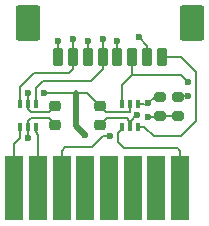
<source format=gbr>
%TF.GenerationSoftware,KiCad,Pcbnew,7.0.8*%
%TF.CreationDate,2023-12-24T04:11:35-08:00*%
%TF.ProjectId,EZ Teknic Converter - R1,455a2054-656b-46e6-9963-20436f6e7665,rev?*%
%TF.SameCoordinates,Original*%
%TF.FileFunction,Copper,L1,Top*%
%TF.FilePolarity,Positive*%
%FSLAX46Y46*%
G04 Gerber Fmt 4.6, Leading zero omitted, Abs format (unit mm)*
G04 Created by KiCad (PCBNEW 7.0.8) date 2023-12-24 04:11:35*
%MOMM*%
%LPD*%
G01*
G04 APERTURE LIST*
G04 Aperture macros list*
%AMRoundRect*
0 Rectangle with rounded corners*
0 $1 Rounding radius*
0 $2 $3 $4 $5 $6 $7 $8 $9 X,Y pos of 4 corners*
0 Add a 4 corners polygon primitive as box body*
4,1,4,$2,$3,$4,$5,$6,$7,$8,$9,$2,$3,0*
0 Add four circle primitives for the rounded corners*
1,1,$1+$1,$2,$3*
1,1,$1+$1,$4,$5*
1,1,$1+$1,$6,$7*
1,1,$1+$1,$8,$9*
0 Add four rect primitives between the rounded corners*
20,1,$1+$1,$2,$3,$4,$5,0*
20,1,$1+$1,$4,$5,$6,$7,0*
20,1,$1+$1,$6,$7,$8,$9,0*
20,1,$1+$1,$8,$9,$2,$3,0*%
G04 Aperture macros list end*
%TA.AperFunction,SMDPad,CuDef*%
%ADD10R,1.600000X5.500000*%
%TD*%
%TA.AperFunction,SMDPad,CuDef*%
%ADD11RoundRect,0.225000X-0.250000X0.225000X-0.250000X-0.225000X0.250000X-0.225000X0.250000X0.225000X0*%
%TD*%
%TA.AperFunction,SMDPad,CuDef*%
%ADD12R,0.400000X0.650000*%
%TD*%
%TA.AperFunction,SMDPad,CuDef*%
%ADD13RoundRect,0.200000X-0.275000X0.200000X-0.275000X-0.200000X0.275000X-0.200000X0.275000X0.200000X0*%
%TD*%
%TA.AperFunction,SMDPad,CuDef*%
%ADD14RoundRect,0.200000X0.275000X-0.200000X0.275000X0.200000X-0.275000X0.200000X-0.275000X-0.200000X0*%
%TD*%
%TA.AperFunction,SMDPad,CuDef*%
%ADD15RoundRect,0.200000X0.200000X0.600000X-0.200000X0.600000X-0.200000X-0.600000X0.200000X-0.600000X0*%
%TD*%
%TA.AperFunction,SMDPad,CuDef*%
%ADD16RoundRect,0.250001X0.799999X1.249999X-0.799999X1.249999X-0.799999X-1.249999X0.799999X-1.249999X0*%
%TD*%
%TA.AperFunction,ViaPad*%
%ADD17C,0.600000*%
%TD*%
%TA.AperFunction,Conductor*%
%ADD18C,0.200000*%
%TD*%
%TA.AperFunction,Conductor*%
%ADD19C,0.500000*%
%TD*%
G04 APERTURE END LIST*
D10*
%TO.P,U1,1,DIR*%
%TO.N,/DIR*%
X31880000Y124785000D03*
%TO.P,U1,2,STEP*%
%TO.N,/STEP*%
X33880000Y124785000D03*
%TO.P,U1,3,DIAG*%
%TO.N,/DIAG*%
X35880000Y124785000D03*
%TO.P,U1,4,MISO*%
%TO.N,unconnected-(U1-MISO-Pad4)*%
X37880000Y124785000D03*
%TO.P,U1,5,CS*%
%TO.N,unconnected-(U1-CS-Pad5)*%
X39880000Y124785000D03*
%TO.P,U1,6,SCK*%
%TO.N,unconnected-(U1-SCK-Pad6)*%
X41880000Y124785000D03*
%TO.P,U1,7,MOSI*%
%TO.N,unconnected-(U1-MOSI-Pad7)*%
X43880000Y124785000D03*
%TO.P,U1,8,~{ENABLE}*%
%TO.N,/\u005CENABLE*%
X45880000Y124785000D03*
%TD*%
D11*
%TO.P,C1,1*%
%TO.N,+5V*%
X35306000Y131712000D03*
%TO.P,C1,2*%
%TO.N,GND*%
X35306000Y130162000D03*
%TD*%
D12*
%TO.P,U2,1*%
%TO.N,/DIR*%
X32370000Y129987000D03*
%TO.P,U2,2,GND*%
%TO.N,GND*%
X33020000Y129987000D03*
%TO.P,U2,3*%
%TO.N,/STEP*%
X33670000Y129987000D03*
%TO.P,U2,4*%
%TO.N,/B-STEP*%
X33670000Y131887000D03*
%TO.P,U2,5,VCC*%
%TO.N,+5V*%
X33020000Y131887000D03*
%TO.P,U2,6*%
%TO.N,/B-DIR*%
X32370000Y131887000D03*
%TD*%
D13*
%TO.P,R2,1*%
%TO.N,GND*%
X45720000Y132524000D03*
%TO.P,R2,2*%
%TO.N,/DIAG*%
X45720000Y130874000D03*
%TD*%
D14*
%TO.P,R1,1*%
%TO.N,/DIAG*%
X44196000Y130874000D03*
%TO.P,R1,2*%
%TO.N,/5VDIAG*%
X44196000Y132524000D03*
%TD*%
D12*
%TO.P,U3,1*%
%TO.N,/\u005CENABLE*%
X41006000Y129987000D03*
%TO.P,U3,2,GND*%
%TO.N,GND*%
X41656000Y129987000D03*
%TO.P,U3,3*%
%TO.N,/B-DIAG*%
X42306000Y129987000D03*
%TO.P,U3,4*%
%TO.N,/5VDIAG*%
X42306000Y131887000D03*
%TO.P,U3,5,VCC*%
%TO.N,+5V*%
X41656000Y131887000D03*
%TO.P,U3,6*%
%TO.N,/B-ENABLE*%
X41006000Y131887000D03*
%TD*%
D15*
%TO.P,J1,1,Pin_1*%
%TO.N,/B-DIAG*%
X44355000Y135885000D03*
%TO.P,J1,2,Pin_2*%
%TO.N,GND*%
X43105000Y135885000D03*
%TO.P,J1,3,Pin_3*%
%TO.N,/B-ENABLE*%
X41855000Y135885000D03*
%TO.P,J1,4,Pin_4*%
%TO.N,GND*%
X40605000Y135885000D03*
%TO.P,J1,5,Pin_5*%
%TO.N,/B-STEP*%
X39355000Y135885000D03*
%TO.P,J1,6,Pin_6*%
%TO.N,GND*%
X38105000Y135885000D03*
%TO.P,J1,7,Pin_7*%
%TO.N,/B-DIR*%
X36855000Y135885000D03*
%TO.P,J1,8,Pin_8*%
%TO.N,GND*%
X35605000Y135885000D03*
D16*
%TO.P,J1,MP*%
%TO.N,N/C*%
X46905000Y138785000D03*
X33055000Y138785000D03*
%TD*%
D11*
%TO.P,C2,1*%
%TO.N,+5V*%
X39116000Y131712000D03*
%TO.P,C2,2*%
%TO.N,GND*%
X39116000Y130162000D03*
%TD*%
D17*
%TO.N,+5V*%
X34417000Y132842000D03*
X33020000Y132808000D03*
X37846000Y129286000D03*
%TO.N,GND*%
X46355000Y138684000D03*
X33020000Y129066000D03*
X38105000Y137232000D03*
X46609000Y132588000D03*
X35605000Y137232000D03*
X46355000Y137668000D03*
X32385000Y138684000D03*
X47498000Y137668000D03*
X46355000Y139827000D03*
X32385000Y139827000D03*
X42418000Y137541000D03*
X47498000Y138684000D03*
X47498000Y139827000D03*
X40605000Y137232000D03*
X42291000Y130937000D03*
X33655000Y139827000D03*
X33655000Y138684000D03*
X32385000Y137668000D03*
X33655000Y137668000D03*
%TO.N,/B-STEP*%
X39370000Y137414000D03*
%TO.N,/B-DIR*%
X36830000Y137414000D03*
%TO.N,/5VDIAG*%
X43180000Y131953000D03*
%TO.N,/B-ENABLE*%
X46609000Y133731000D03*
%TO.N,/DIAG*%
X43180000Y130810000D03*
X40005000Y129159000D03*
%TD*%
D18*
%TO.N,+5V*%
X39637000Y131191000D02*
X39116000Y131712000D01*
X40767000Y131191000D02*
X39637000Y131191000D01*
D19*
X37846000Y129286000D02*
X37084000Y130048000D01*
D18*
X41656000Y131191000D02*
X40767000Y131191000D01*
D19*
X37084000Y130048000D02*
X37084000Y132842000D01*
D18*
X33274000Y131191000D02*
X34785000Y131191000D01*
X33020000Y131887000D02*
X33020000Y132808000D01*
X33020000Y131445000D02*
X33274000Y131191000D01*
X37986000Y132842000D02*
X37084000Y132842000D01*
X39694000Y131191000D02*
X39961000Y131191000D01*
X40767000Y131191000D02*
X39961000Y131191000D01*
X33020000Y131887000D02*
X33020000Y131445000D01*
X34417000Y132842000D02*
X37084000Y132842000D01*
X39116000Y131712000D02*
X37986000Y132842000D01*
X34785000Y131191000D02*
X35306000Y131712000D01*
X41656000Y131887000D02*
X41656000Y131191000D01*
%TO.N,GND*%
X33274000Y130683000D02*
X33020000Y130429000D01*
X41592500Y130050500D02*
X41592500Y130492500D01*
X41148000Y130683000D02*
X40752736Y130683000D01*
X41656000Y129987000D02*
X41719500Y130050500D01*
X42418000Y137541000D02*
X43105000Y136854000D01*
X41592500Y130492500D02*
X41402000Y130683000D01*
X41656000Y129987000D02*
X41592500Y130050500D01*
X40605000Y135885000D02*
X40605000Y137232000D01*
X35605000Y135885000D02*
X35605000Y137232000D01*
X40736000Y130683000D02*
X41402000Y130683000D01*
X41275000Y130683000D02*
X39751686Y130683000D01*
X39230686Y130162000D02*
X39116000Y130162000D01*
X45784000Y132588000D02*
X45720000Y132524000D01*
X33020000Y129987000D02*
X33020000Y129066000D01*
X38105000Y135885000D02*
X38105000Y137232000D01*
X41275000Y130683000D02*
X41402000Y130683000D01*
X41719500Y130492500D02*
X42164000Y130937000D01*
X33020000Y130429000D02*
X33020000Y129987000D01*
X41719500Y130050500D02*
X41719500Y130492500D01*
X39751686Y130683000D02*
X39230686Y130162000D01*
X34785000Y130683000D02*
X33274000Y130683000D01*
X46609000Y132588000D02*
X45784000Y132588000D01*
X41148000Y130683000D02*
X41275000Y130683000D01*
X42164000Y130937000D02*
X42291000Y130937000D01*
X35306000Y130162000D02*
X34785000Y130683000D01*
X43105000Y136854000D02*
X43105000Y135885000D01*
%TO.N,/B-STEP*%
X39355000Y137399000D02*
X39370000Y137414000D01*
X33670000Y133238000D02*
X34290000Y133858000D01*
X38339000Y133858000D02*
X39355000Y134874000D01*
X39355000Y135885000D02*
X39355000Y137399000D01*
X39355000Y134874000D02*
X39355000Y135885000D01*
X33670000Y131887000D02*
X33670000Y133238000D01*
X34290000Y133858000D02*
X38339000Y133858000D01*
%TO.N,/B-DIR*%
X36855000Y134874000D02*
X36855000Y135885000D01*
X33528000Y134493000D02*
X36474000Y134493000D01*
X32370000Y133335000D02*
X33528000Y134493000D01*
X36474000Y134493000D02*
X36855000Y134874000D01*
X36830000Y135910000D02*
X36855000Y135885000D01*
X36830000Y137414000D02*
X36830000Y135910000D01*
X32370000Y131887000D02*
X32370000Y133335000D01*
%TO.N,/5VDIAG*%
X43180000Y131953000D02*
X43114000Y131887000D01*
X43751000Y132524000D02*
X43180000Y131953000D01*
X44196000Y132524000D02*
X43751000Y132524000D01*
X42306000Y131887000D02*
X42860000Y131887000D01*
%TO.N,/B-DIAG*%
X44355000Y135885000D02*
X45979000Y135885000D01*
X47244000Y130429000D02*
X45974000Y129159000D01*
X45974000Y129159000D02*
X43688000Y129159000D01*
X47244000Y134620000D02*
X47244000Y130429000D01*
X45979000Y135885000D02*
X47244000Y134620000D01*
X42860000Y129987000D02*
X42306000Y129987000D01*
X43688000Y129159000D02*
X42860000Y129987000D01*
%TO.N,/B-ENABLE*%
X41855000Y134565000D02*
X41855000Y134692000D01*
X41855000Y134692000D02*
X41855000Y135885000D01*
X41006000Y133517000D02*
X41855000Y134366000D01*
X41855000Y134366000D02*
X41855000Y134692000D01*
X46609000Y133731000D02*
X45974000Y134366000D01*
X45974000Y134366000D02*
X41855000Y134366000D01*
X41006000Y131887000D02*
X41006000Y133517000D01*
X41823471Y134366000D02*
X41855000Y134366000D01*
%TO.N,/DIAG*%
X44196000Y130874000D02*
X43180000Y130810000D01*
X38481000Y128270000D02*
X36195000Y128270000D01*
X40005000Y129159000D02*
X39370000Y129159000D01*
X36195000Y128270000D02*
X35880000Y127955000D01*
X35880000Y127955000D02*
X35880000Y124785000D01*
X44196000Y130874000D02*
X45720000Y130874000D01*
X39370000Y129159000D02*
X38481000Y128270000D01*
%TO.N,/DIR*%
X31880000Y128527000D02*
X32370000Y129017000D01*
X32370000Y129017000D02*
X32370000Y129987000D01*
X31880000Y124785000D02*
X31880000Y128527000D01*
%TO.N,/STEP*%
X33880000Y129315000D02*
X33880000Y124785000D01*
X33670000Y129987000D02*
X33670000Y129525000D01*
X33670000Y129525000D02*
X33880000Y129315000D01*
%TO.N,/\u005CENABLE*%
X41006000Y129779000D02*
X40640000Y129413000D01*
X45720000Y128143000D02*
X45847000Y128016000D01*
X40640000Y129413000D02*
X40640000Y128651000D01*
X45880000Y127983000D02*
X45880000Y124785000D01*
X45847000Y128016000D02*
X45880000Y127983000D01*
X40640000Y128651000D02*
X41148000Y128143000D01*
X41148000Y128143000D02*
X45720000Y128143000D01*
X41006000Y129987000D02*
X41006000Y129779000D01*
%TD*%
M02*

</source>
